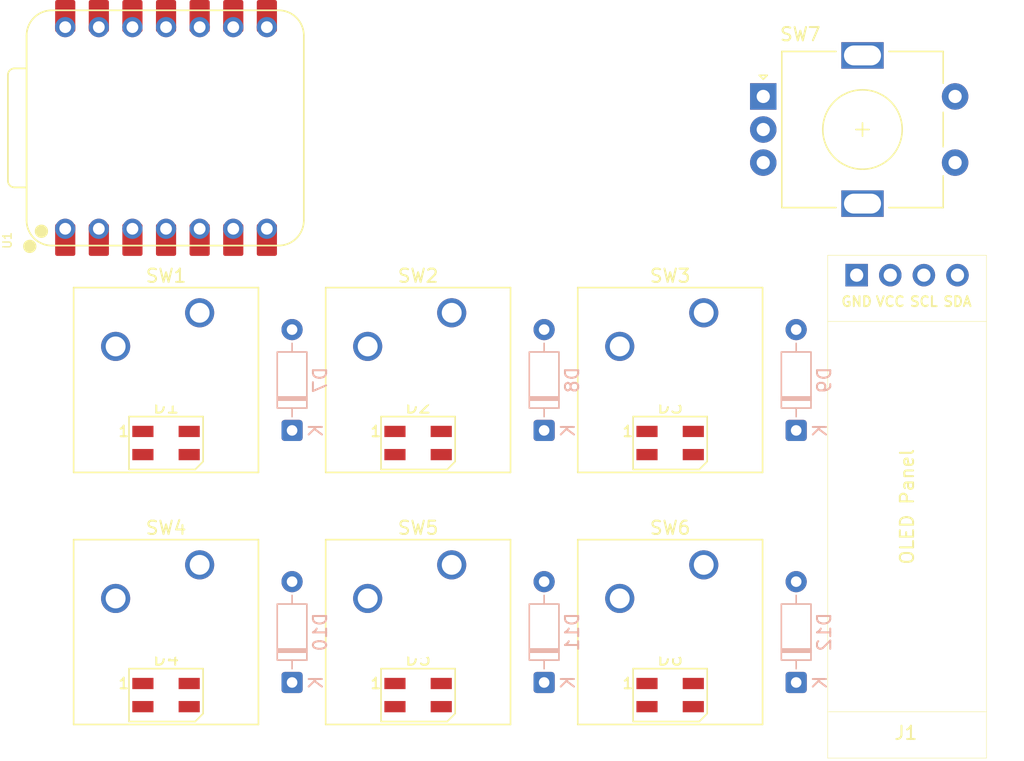
<source format=kicad_pcb>
(kicad_pcb (version 20241229) (generator "pcbnew") (generator_version "9.0")
  (layers (0 "F.Cu" signal) (2 "B.Cu" signal) (13 "F.Paste" user) (15 "B.Paste" user) (5 "F.SilkS" user "F.Silkscreen") (7 "B.SilkS" user "B.Silkscreen") (1 "F.Mask" user) (3 "B.Mask" user) (25 "Edge.Cuts" user))
  (net 0 "")
  (net 1 "Net-(D1-DOUT)")
  (net 2 "GND")
  (net 3 "+5V")
  (net 4 "Net-(D1-DIN)")
  (net 5 "Net-(D2-DOUT)")
  (net 6 "Net-(D3-DOUT)")
  (net 7 "Net-(D4-DOUT)")
  (net 8 "Net-(D5-DOUT)")
  (net 10 "Net-(D7-A)")
  (net 11 "Row  0")
  (net 12 "Net-(D8-A)")
  (net 13 "Net-(D9-A)")
  (net 14 "Row  1")
  (net 15 "Net-(D10-A)")
  (net 16 "Net-(D11-A)")
  (net 17 "Net-(D12-A)")
  (net 18 "Net-(J1-Pin_4)")
  (net 19 "Net-(J1-Pin_3)")
  (net 20 "+3V3")
  (net 21 "Col 0")
  (net 22 "Col 1")
  (net 23 "Col 2")
  (net 24 "Net-(U1-GPIO1{slash}RX)")
  (net 25 "Net-(U1-GPIO4{slash}MISO)")
  (net 26 "Net-(U1-GPIO2{slash}SCK)")
  (net 27 "Row 1")
  (net 28 "Row 0")
  (footprint "0.91 inch OLED display:SSD1306-0.91-OLED-4pin" (layer "F.Cu") (at 116.68125 78.58125 90)
    (property "Reference" "J1" (at 1.9 5.91 0) (layer "F.SilkS"))
    (property "Value" "0.91\"_OLED_Display")
    (fp_line (start 38 0) (end 0 0) (stroke (width 0.04)) (layer "F.SilkS"))
    (fp_line (start 33 0) (end 33 12) (stroke (width 0.04)) (layer "F.SilkS"))
    (fp_line (start 3.5 0) (end 3.5 12) (stroke (width 0.04)) (layer "F.SilkS"))
    (fp_line (start 0 0) (end 0 12) (stroke (width 0.04)) (layer "F.SilkS"))
    (fp_line (start 38 12) (end 38 0) (stroke (width 0.04)) (layer "F.SilkS"))
    (fp_line (start 0 12) (end 38 12) (stroke (width 0.04)) (layer "F.SilkS"))
    (fp_text user "GND" (at 34.5 2.19 0) (layer "F.SilkS") (effects (font (size 0.75 0.75))))
    (fp_text user "SCL" (at 34.5 7.27 0) (layer "F.SilkS") (effects (font (size 0.75 0.75))))
    (fp_text user "OLED Panel" (at 19 6 90) (layer "F.SilkS"))
    (fp_text user "SDA" (at 34.5 9.81 0) (layer "F.SilkS") (effects (font (size 0.75 0.75))))
    (fp_text user "VCC" (at 34.5 4.73 0) (layer "F.SilkS") (effects (font (size 0.75 0.75))))
    (pad "1" thru_hole rect (at 36.5 2.19 90) (size 1.7 1.7) (drill 1) (layers "*.Cu" "*.Mask") (net 2 "GND"))
    (pad "2" thru_hole oval (at 36.5 4.73 90) (size 1.7 1.7) (drill 1) (layers "*.Cu" "*.Mask") (net 20 "+3V3"))
    (pad "3" thru_hole oval (at 36.5 7.27 90) (size 1.7 1.7) (drill 1) (layers "*.Cu" "*.Mask") (net 19 "Net-(J1-Pin_3)"))
    (pad "4" thru_hole oval (at 36.5 9.81 90) (size 1.7 1.7) (drill 1) (layers "*.Cu" "*.Mask") (net 18 "Net-(J1-Pin_4)"))
  )
  (footprint "LED_SMD:LED_SK6812MINI_PLCC4_3.5x3.5mm_P1.75mm" (layer "F.Cu") (at 104.775 73.81875)
    (property "Reference" "D6" (at 0 -2.75 0) (layer "F.SilkS"))
    (property "Value" "SK6812MINI")
    (fp_line (start -2.8 -2) (end -2.8 2) (stroke (width 0.12)) (layer "F.SilkS"))
    (fp_line (start -2.8 -2) (end 2.8 -2) (stroke (width 0.12)) (layer "F.SilkS"))
    (fp_line (start -2.8 2) (end 2.2 2) (stroke (width 0.12)) (layer "F.SilkS"))
    (fp_line (start 2.8 1.4) (end 2.2 2) (stroke (width 0.12)) (layer "F.SilkS"))
    (fp_line (start 2.8 1.4) (end 2.8 -2) (stroke (width 0.12)) (layer "F.SilkS"))
    (fp_text user "1" (at -3.2 -0.875 0) (layer "F.SilkS") (effects (font (size 0.8 0.8))))
    (pad "1" smd rect (at -1.75 -0.875) (size 1.6 0.85) (layers "F.Cu" "F.Mask" "F.Paste"))
    (pad "2" smd rect (at -1.75 0.875) (size 1.6 0.85) (layers "F.Cu" "F.Mask" "F.Paste") (net 2 "GND"))
    (pad "3" smd rect (at 1.75 0.875) (size 1.6 0.85) (layers "F.Cu" "F.Mask" "F.Paste") (net 8 "Net-(D5-DOUT)"))
    (pad "4" smd rect (at 1.75 -0.875) (size 1.6 0.85) (layers "F.Cu" "F.Mask" "F.Paste") (net 3 "+5V"))
  )
  (footprint "Rotary_Encoder:RotaryEncoder_Alps_EC11E-Switch_Vertical_H20mm" (layer "F.Cu") (at 111.8125 28.575)
    (property "Reference" "SW7" (at 2.8 -4.7 0) (layer "F.SilkS"))
    (property "Value" "RotaryEncoder_Switch")
    (fp_line (start -0.3 -1.6) (end 0.3 -1.6) (stroke (width 0.12)) (layer "F.SilkS"))
    (fp_line (start 0 -1.3) (end -0.3 -1.6) (stroke (width 0.12)) (layer "F.SilkS"))
    (fp_line (start 0.3 -1.6) (end 0 -1.3) (stroke (width 0.12)) (layer "F.SilkS"))
    (fp_line (start 1.4 -3.4) (end 1.4 8.4) (stroke (width 0.12)) (layer "F.SilkS"))
    (fp_line (start 5.5 -3.4) (end 1.4 -3.4) (stroke (width 0.12)) (layer "F.SilkS"))
    (fp_line (start 5.5 8.4) (end 1.4 8.4) (stroke (width 0.12)) (layer "F.SilkS"))
    (fp_line (start 7 2.5) (end 8 2.5) (stroke (width 0.12)) (layer "F.SilkS"))
    (fp_line (start 7.5 2) (end 7.5 3) (stroke (width 0.12)) (layer "F.SilkS"))
    (fp_line (start 9.5 -3.4) (end 13.6 -3.4) (stroke (width 0.12)) (layer "F.SilkS"))
    (fp_line (start 13.6 -3.4) (end 13.6 -1) (stroke (width 0.12)) (layer "F.SilkS"))
    (fp_line (start 13.6 1.2) (end 13.6 3.8) (stroke (width 0.12)) (layer "F.SilkS"))
    (fp_line (start 13.6 6) (end 13.6 8.4) (stroke (width 0.12)) (layer "F.SilkS"))
    (fp_line (start 13.6 8.4) (end 9.5 8.4) (stroke (width 0.12)) (layer "F.SilkS"))
    (fp_circle (center 7.5 2.5) (end 10.5 2.5) (stroke (width 0.12)) (fill no) (layer "F.SilkS"))
    (pad "A" thru_hole rect (at 0 0) (size 2 2) (drill 1) (layers "*.Cu" "*.Mask") (net 26 "Net-(U1-GPIO2{slash}SCK)"))
    (pad "B" thru_hole circle (at 0 5) (size 2 2) (drill 1) (layers "*.Cu" "*.Mask") (net 24 "Net-(U1-GPIO1{slash}RX)"))
    (pad "C" thru_hole circle (at 0 2.5) (size 2 2) (drill 1) (layers "*.Cu" "*.Mask") (net 2 "GND"))
    (pad "MP" thru_hole rect (at 7.5 -3.1) (size 3.2 2) (drill oval 2.8 1.5) (layers "*.Cu" "*.Mask"))
    (pad "MP" thru_hole rect (at 7.5 8.1) (size 3.2 2) (drill oval 2.8 1.5) (layers "*.Cu" "*.Mask"))
    (pad "S1" thru_hole circle (at 14.5 5) (size 2 2) (drill 1) (layers "*.Cu" "*.Mask") (net 25 "Net-(U1-GPIO4{slash}MISO)"))
    (pad "S2" thru_hole circle (at 14.5 0) (size 2 2) (drill 1) (layers "*.Cu" "*.Mask") (net 2 "GND"))
  )
  (footprint "Button_Switch_Keyboard:SW_Cherry_MX_1.00u_PCB" (layer "F.Cu") (at 88.265 44.92625)
    (property "Reference" "SW2" (at -2.54 -2.794 0) (layer "F.SilkS"))
    (property "Value" "SW_Push")
    (fp_line (start -9.525 -1.905) (end 4.445 -1.905) (stroke (width 0.12)) (layer "F.SilkS"))
    (fp_line (start -9.525 12.065) (end -9.525 -1.905) (stroke (width 0.12)) (layer "F.SilkS"))
    (fp_line (start 4.445 -1.905) (end 4.445 12.065) (stroke (width 0.12)) (layer "F.SilkS"))
    (fp_line (start 4.445 12.065) (end -9.525 12.065) (stroke (width 0.12)) (layer "F.SilkS"))
    (pad "" np_thru_hole circle (at -7.62 5.08) (size 1.7 1.7) (drill 1.7) (layers "*.Cu" "*.Mask"))
    (pad "" np_thru_hole circle (at -2.54 5.08) (size 4 4) (drill 4) (layers "*.Cu" "*.Mask"))
    (pad "" np_thru_hole circle (at 2.54 5.08) (size 1.7 1.7) (drill 1.7) (layers "*.Cu" "*.Mask"))
    (pad "1" thru_hole circle (at 0 0) (size 2.2 2.2) (drill 1.5) (layers "*.Cu" "*.Mask") (net 22 "Col 1"))
    (pad "2" thru_hole circle (at -6.35 2.54) (size 2.2 2.2) (drill 1.5) (layers "*.Cu" "*.Mask") (net 12 "Net-(D8-A)"))
  )
  (footprint "LED_SMD:LED_SK6812MINI_PLCC4_3.5x3.5mm_P1.75mm" (layer "F.Cu") (at 85.725 54.76875)
    (property "Reference" "D2" (at 0 -2.75 0) (layer "F.SilkS"))
    (property "Value" "SK6812MINI")
    (fp_line (start -2.8 -2) (end -2.8 2) (stroke (width 0.12)) (layer "F.SilkS"))
    (fp_line (start -2.8 -2) (end 2.8 -2) (stroke (width 0.12)) (layer "F.SilkS"))
    (fp_line (start -2.8 2) (end 2.2 2) (stroke (width 0.12)) (layer "F.SilkS"))
    (fp_line (start 2.8 1.4) (end 2.2 2) (stroke (width 0.12)) (layer "F.SilkS"))
    (fp_line (start 2.8 1.4) (end 2.8 -2) (stroke (width 0.12)) (layer "F.SilkS"))
    (fp_text user "1" (at -3.2 -0.875 0) (layer "F.SilkS") (effects (font (size 0.8 0.8))))
    (pad "1" smd rect (at -1.75 -0.875) (size 1.6 0.85) (layers "F.Cu" "F.Mask" "F.Paste") (net 5 "Net-(D2-DOUT)"))
    (pad "2" smd rect (at -1.75 0.875) (size 1.6 0.85) (layers "F.Cu" "F.Mask" "F.Paste") (net 2 "GND"))
    (pad "3" smd rect (at 1.75 0.875) (size 1.6 0.85) (layers "F.Cu" "F.Mask" "F.Paste") (net 1 "Net-(D1-DOUT)"))
    (pad "4" smd rect (at 1.75 -0.875) (size 1.6 0.85) (layers "F.Cu" "F.Mask" "F.Paste") (net 3 "+5V"))
  )
  (footprint "LED_SMD:LED_SK6812MINI_PLCC4_3.5x3.5mm_P1.75mm" (layer "F.Cu") (at 66.675 54.76875)
    (property "Reference" "D1" (at 0 -2.75 0) (layer "F.SilkS"))
    (property "Value" "SK6812MINI")
    (fp_line (start -2.8 -2) (end -2.8 2) (stroke (width 0.12)) (layer "F.SilkS"))
    (fp_line (start -2.8 -2) (end 2.8 -2) (stroke (width 0.12)) (layer "F.SilkS"))
    (fp_line (start -2.8 2) (end 2.2 2) (stroke (width 0.12)) (layer "F.SilkS"))
    (fp_line (start 2.8 1.4) (end 2.2 2) (stroke (width 0.12)) (layer "F.SilkS"))
    (fp_line (start 2.8 1.4) (end 2.8 -2) (stroke (width 0.12)) (layer "F.SilkS"))
    (fp_text user "1" (at -3.2 -0.875 0) (layer "F.SilkS") (effects (font (size 0.8 0.8))))
    (pad "1" smd rect (at -1.75 -0.875) (size 1.6 0.85) (layers "F.Cu" "F.Mask" "F.Paste") (net 1 "Net-(D1-DOUT)"))
    (pad "2" smd rect (at -1.75 0.875) (size 1.6 0.85) (layers "F.Cu" "F.Mask" "F.Paste") (net 2 "GND"))
    (pad "3" smd rect (at 1.75 0.875) (size 1.6 0.85) (layers "F.Cu" "F.Mask" "F.Paste") (net 4 "Net-(D1-DIN)"))
    (pad "4" smd rect (at 1.75 -0.875) (size 1.6 0.85) (layers "F.Cu" "F.Mask" "F.Paste") (net 3 "+5V"))
  )
  (footprint "Button_Switch_Keyboard:SW_Cherry_MX_1.00u_PCB" (layer "F.Cu") (at 69.215 44.92625)
    (property "Reference" "SW1" (at -2.54 -2.794 0) (layer "F.SilkS"))
    (property "Value" "SW_Push")
    (fp_line (start -9.525 -1.905) (end 4.445 -1.905) (stroke (width 0.12)) (layer "F.SilkS"))
    (fp_line (start -9.525 12.065) (end -9.525 -1.905) (stroke (width 0.12)) (layer "F.SilkS"))
    (fp_line (start 4.445 -1.905) (end 4.445 12.065) (stroke (width 0.12)) (layer "F.SilkS"))
    (fp_line (start 4.445 12.065) (end -9.525 12.065) (stroke (width 0.12)) (layer "F.SilkS"))
    (pad "" np_thru_hole circle (at -7.62 5.08) (size 1.7 1.7) (drill 1.7) (layers "*.Cu" "*.Mask"))
    (pad "" np_thru_hole circle (at -2.54 5.08) (size 4 4) (drill 4) (layers "*.Cu" "*.Mask"))
    (pad "" np_thru_hole circle (at 2.54 5.08) (size 1.7 1.7) (drill 1.7) (layers "*.Cu" "*.Mask"))
    (pad "1" thru_hole circle (at 0 0) (size 2.2 2.2) (drill 1.5) (layers "*.Cu" "*.Mask") (net 21 "Col 0"))
    (pad "2" thru_hole circle (at -6.35 2.54) (size 2.2 2.2) (drill 1.5) (layers "*.Cu" "*.Mask") (net 10 "Net-(D7-A)"))
  )
  (footprint "Button_Switch_Keyboard:SW_Cherry_MX_1.00u_PCB" (layer "F.Cu") (at 107.315 63.97625)
    (property "Reference" "SW6" (at -2.54 -2.794 0) (layer "F.SilkS"))
    (property "Value" "SW_Push")
    (fp_line (start -9.525 -1.905) (end 4.445 -1.905) (stroke (width 0.12)) (layer "F.SilkS"))
    (fp_line (start -9.525 12.065) (end -9.525 -1.905) (stroke (width 0.12)) (layer "F.SilkS"))
    (fp_line (start 4.445 -1.905) (end 4.445 12.065) (stroke (width 0.12)) (layer "F.SilkS"))
    (fp_line (start 4.445 12.065) (end -9.525 12.065) (stroke (width 0.12)) (layer "F.SilkS"))
    (pad "" np_thru_hole circle (at -7.62 5.08) (size 1.7 1.7) (drill 1.7) (layers "*.Cu" "*.Mask"))
    (pad "" np_thru_hole circle (at -2.54 5.08) (size 4 4) (drill 4) (layers "*.Cu" "*.Mask"))
    (pad "" np_thru_hole circle (at 2.54 5.08) (size 1.7 1.7) (drill 1.7) (layers "*.Cu" "*.Mask"))
    (pad "1" thru_hole circle (at 0 0) (size 2.2 2.2) (drill 1.5) (layers "*.Cu" "*.Mask") (net 23 "Col 2"))
    (pad "2" thru_hole circle (at -6.35 2.54) (size 2.2 2.2) (drill 1.5) (layers "*.Cu" "*.Mask") (net 17 "Net-(D12-A)"))
  )
  (footprint "Button_Switch_Keyboard:SW_Cherry_MX_1.00u_PCB" (layer "F.Cu") (at 107.315 44.92625)
    (property "Reference" "SW3" (at -2.54 -2.794 0) (layer "F.SilkS"))
    (property "Value" "SW_Push")
    (fp_line (start -9.525 -1.905) (end 4.445 -1.905) (stroke (width 0.12)) (layer "F.SilkS"))
    (fp_line (start -9.525 12.065) (end -9.525 -1.905) (stroke (width 0.12)) (layer "F.SilkS"))
    (fp_line (start 4.445 -1.905) (end 4.445 12.065) (stroke (width 0.12)) (layer "F.SilkS"))
    (fp_line (start 4.445 12.065) (end -9.525 12.065) (stroke (width 0.12)) (layer "F.SilkS"))
    (pad "" np_thru_hole circle (at -7.62 5.08) (size 1.7 1.7) (drill 1.7) (layers "*.Cu" "*.Mask"))
    (pad "" np_thru_hole circle (at -2.54 5.08) (size 4 4) (drill 4) (layers "*.Cu" "*.Mask"))
    (pad "" np_thru_hole circle (at 2.54 5.08) (size 1.7 1.7) (drill 1.7) (layers "*.Cu" "*.Mask"))
    (pad "1" thru_hole circle (at 0 0) (size 2.2 2.2) (drill 1.5) (layers "*.Cu" "*.Mask") (net 23 "Col 2"))
    (pad "2" thru_hole circle (at -6.35 2.54) (size 2.2 2.2) (drill 1.5) (layers "*.Cu" "*.Mask") (net 13 "Net-(D9-A)"))
  )
  (footprint "LED_SMD:LED_SK6812MINI_PLCC4_3.5x3.5mm_P1.75mm" (layer "F.Cu") (at 85.725 73.81875)
    (property "Reference" "D5" (at 0 -2.75 0) (layer "F.SilkS"))
    (property "Value" "SK6812MINI")
    (fp_line (start -2.8 -2) (end -2.8 2) (stroke (width 0.12)) (layer "F.SilkS"))
    (fp_line (start -2.8 -2) (end 2.8 -2) (stroke (width 0.12)) (layer "F.SilkS"))
    (fp_line (start -2.8 2) (end 2.2 2) (stroke (width 0.12)) (layer "F.SilkS"))
    (fp_line (start 2.8 1.4) (end 2.2 2) (stroke (width 0.12)) (layer "F.SilkS"))
    (fp_line (start 2.8 1.4) (end 2.8 -2) (stroke (width 0.12)) (layer "F.SilkS"))
    (fp_text user "1" (at -3.2 -0.875 0) (layer "F.SilkS") (effects (font (size 0.8 0.8))))
    (pad "1" smd rect (at -1.75 -0.875) (size 1.6 0.85) (layers "F.Cu" "F.Mask" "F.Paste") (net 8 "Net-(D5-DOUT)"))
    (pad "2" smd rect (at -1.75 0.875) (size 1.6 0.85) (layers "F.Cu" "F.Mask" "F.Paste") (net 2 "GND"))
    (pad "3" smd rect (at 1.75 0.875) (size 1.6 0.85) (layers "F.Cu" "F.Mask" "F.Paste") (net 7 "Net-(D4-DOUT)"))
    (pad "4" smd rect (at 1.75 -0.875) (size 1.6 0.85) (layers "F.Cu" "F.Mask" "F.Paste") (net 3 "+5V"))
  )
  (footprint "Button_Switch_Keyboard:SW_Cherry_MX_1.00u_PCB" (layer "F.Cu") (at 69.215 63.97625)
    (property "Reference" "SW4" (at -2.54 -2.794 0) (layer "F.SilkS"))
    (property "Value" "SW_Push")
    (fp_line (start -9.525 -1.905) (end 4.445 -1.905) (stroke (width 0.12)) (layer "F.SilkS"))
    (fp_line (start -9.525 12.065) (end -9.525 -1.905) (stroke (width 0.12)) (layer "F.SilkS"))
    (fp_line (start 4.445 -1.905) (end 4.445 12.065) (stroke (width 0.12)) (layer "F.SilkS"))
    (fp_line (start 4.445 12.065) (end -9.525 12.065) (stroke (width 0.12)) (layer "F.SilkS"))
    (pad "" np_thru_hole circle (at -7.62 5.08) (size 1.7 1.7) (drill 1.7) (layers "*.Cu" "*.Mask"))
    (pad "" np_thru_hole circle (at -2.54 5.08) (size 4 4) (drill 4) (layers "*.Cu" "*.Mask"))
    (pad "" np_thru_hole circle (at 2.54 5.08) (size 1.7 1.7) (drill 1.7) (layers "*.Cu" "*.Mask"))
    (pad "1" thru_hole circle (at 0 0) (size 2.2 2.2) (drill 1.5) (layers "*.Cu" "*.Mask") (net 21 "Col 0"))
    (pad "2" thru_hole circle (at -6.35 2.54) (size 2.2 2.2) (drill 1.5) (layers "*.Cu" "*.Mask") (net 15 "Net-(D10-A)"))
  )
  (footprint "LED_SMD:LED_SK6812MINI_PLCC4_3.5x3.5mm_P1.75mm" (layer "F.Cu") (at 66.675 73.81875)
    (property "Reference" "D4" (at 0 -2.75 0) (layer "F.SilkS"))
    (property "Value" "SK6812MINI")
    (fp_line (start -2.8 -2) (end -2.8 2) (stroke (width 0.12)) (layer "F.SilkS"))
    (fp_line (start -2.8 -2) (end 2.8 -2) (stroke (width 0.12)) (layer "F.SilkS"))
    (fp_line (start -2.8 2) (end 2.2 2) (stroke (width 0.12)) (layer "F.SilkS"))
    (fp_line (start 2.8 1.4) (end 2.2 2) (stroke (width 0.12)) (layer "F.SilkS"))
    (fp_line (start 2.8 1.4) (end 2.8 -2) (stroke (width 0.12)) (layer "F.SilkS"))
    (fp_text user "1" (at -3.2 -0.875 0) (layer "F.SilkS") (effects (font (size 0.8 0.8))))
    (pad "1" smd rect (at -1.75 -0.875) (size 1.6 0.85) (layers "F.Cu" "F.Mask" "F.Paste") (net 7 "Net-(D4-DOUT)"))
    (pad "2" smd rect (at -1.75 0.875) (size 1.6 0.85) (layers "F.Cu" "F.Mask" "F.Paste") (net 2 "GND"))
    (pad "3" smd rect (at 1.75 0.875) (size 1.6 0.85) (layers "F.Cu" "F.Mask" "F.Paste") (net 6 "Net-(D3-DOUT)"))
    (pad "4" smd rect (at 1.75 -0.875) (size 1.6 0.85) (layers "F.Cu" "F.Mask" "F.Paste") (net 3 "+5V"))
  )
  (footprint "Button_Switch_Keyboard:SW_Cherry_MX_1.00u_PCB" (layer "F.Cu") (at 88.265 63.97625)
    (property "Reference" "SW5" (at -2.54 -2.794 0) (layer "F.SilkS"))
    (property "Value" "SW_Push")
    (fp_line (start -9.525 -1.905) (end 4.445 -1.905) (stroke (width 0.12)) (layer "F.SilkS"))
    (fp_line (start -9.525 12.065) (end -9.525 -1.905) (stroke (width 0.12)) (layer "F.SilkS"))
    (fp_line (start 4.445 -1.905) (end 4.445 12.065) (stroke (width 0.12)) (layer "F.SilkS"))
    (fp_line (start 4.445 12.065) (end -9.525 12.065) (stroke (width 0.12)) (layer "F.SilkS"))
    (pad "" np_thru_hole circle (at -7.62 5.08) (size 1.7 1.7) (drill 1.7) (layers "*.Cu" "*.Mask"))
    (pad "" np_thru_hole circle (at -2.54 5.08) (size 4 4) (drill 4) (layers "*.Cu" "*.Mask"))
    (pad "" np_thru_hole circle (at 2.54 5.08) (size 1.7 1.7) (drill 1.7) (layers "*.Cu" "*.Mask"))
    (pad "1" thru_hole circle (at 0 0) (size 2.2 2.2) (drill 1.5) (layers "*.Cu" "*.Mask") (net 22 "Col 1"))
    (pad "2" thru_hole circle (at -6.35 2.54) (size 2.2 2.2) (drill 1.5) (layers "*.Cu" "*.Mask") (net 16 "Net-(D11-A)"))
  )
  (footprint "LED_SMD:LED_SK6812MINI_PLCC4_3.5x3.5mm_P1.75mm" (layer "F.Cu") (at 104.775 54.76875)
    (property "Reference" "D3" (at 0 -2.75 0) (layer "F.SilkS"))
    (property "Value" "SK6812MINI")
    (fp_line (start -2.8 -2) (end -2.8 2) (stroke (width 0.12)) (layer "F.SilkS"))
    (fp_line (start -2.8 -2) (end 2.8 -2) (stroke (width 0.12)) (layer "F.SilkS"))
    (fp_line (start -2.8 2) (end 2.2 2) (stroke (width 0.12)) (layer "F.SilkS"))
    (fp_line (start 2.8 1.4) (end 2.2 2) (stroke (width 0.12)) (layer "F.SilkS"))
    (fp_line (start 2.8 1.4) (end 2.8 -2) (stroke (width 0.12)) (layer "F.SilkS"))
    (fp_text user "1" (at -3.2 -0.875 0) (layer "F.SilkS") (effects (font (size 0.8 0.8))))
    (pad "1" smd rect (at -1.75 -0.875) (size 1.6 0.85) (layers "F.Cu" "F.Mask" "F.Paste") (net 6 "Net-(D3-DOUT)"))
    (pad "2" smd rect (at -1.75 0.875) (size 1.6 0.85) (layers "F.Cu" "F.Mask" "F.Paste") (net 2 "GND"))
    (pad "3" smd rect (at 1.75 0.875) (size 1.6 0.85) (layers "F.Cu" "F.Mask" "F.Paste") (net 5 "Net-(D2-DOUT)"))
    (pad "4" smd rect (at 1.75 -0.875) (size 1.6 0.85) (layers "F.Cu" "F.Mask" "F.Paste") (net 3 "+5V"))
  )
  (footprint "OPL XIAO Series:XIAO-RP2040-DIP" (layer "F.Cu") (at 66.675 30.95625 90)
    (property "Reference" "U1" (at -8.5 -12 90) (layer "F.SilkS") (effects (font (size 0.635 0.635) (thickness 0.1016))))
    (property "Value" "XIAO-RP2040-DIP")
    (fp_line (start -3.991272 -11.951) (end 4.004 -11.951) (stroke (width 0.127)) (layer "F.SilkS"))
    (fp_line (start 4.504 -11.451) (end 4.504 -10.541) (stroke (width 0.127)) (layer "F.SilkS"))
    (fp_line (start 6.985 -10.541) (end -6.985 -10.541) (stroke (width 0.1)) (layer "F.SilkS"))
    (fp_line (start 6.985 -10.541) (end -6.985 -10.541) (stroke (width 0.127)) (layer "F.SilkS"))
    (fp_line (start -4.495 -10.541) (end -4.491272 -11.451272) (stroke (width 0.127)) (layer "F.SilkS"))
    (fp_line (start 8.89 8.509) (end 8.89 -8.636) (stroke (width 0.127)) (layer "F.SilkS"))
    (fp_line (start -8.89 8.509) (end -8.89 -8.636) (stroke (width 0.127)) (layer "F.SilkS"))
    (fp_line (start -6.985 10.414) (end 6.985 10.414) (stroke (width 0.127)) (layer "F.SilkS"))
    (fp_arc (start 4.004 -11.951) (mid 4.357553 -11.804553) (end 4.504 -11.451) (stroke (width 0.127)) (layer "F.SilkS"))
    (fp_arc (start -4.491272 -11.451272) (mid -4.344728 -11.80464) (end -3.991272 -11.951) (stroke (width 0.127)) (layer "F.SilkS"))
    (fp_arc (start 6.985 -10.541) (mid 8.332038 -9.983038) (end 8.89 -8.636) (stroke (width 0.127)) (layer "F.SilkS"))
    (fp_arc (start -8.89 -8.636) (mid -8.332038 -9.983038) (end -6.985 -10.541) (stroke (width 0.127)) (layer "F.SilkS"))
    (fp_arc (start 8.89 8.509) (mid 8.332038 9.856038) (end 6.985 10.414) (stroke (width 0.127)) (layer "F.SilkS"))
    (fp_arc (start -6.985 10.414) (mid -8.332038 9.856038) (end -8.89 8.509) (stroke (width 0.127)) (layer "F.SilkS"))
    (fp_circle (center -8.95 -10.3) (end -8.95 -10.554) (stroke (width 0.5)) (fill yes) (layer "F.SilkS"))
    (fp_circle (center -7.807 -9.42) (end -7.807 -9.674) (stroke (width 0.5)) (fill yes) (layer "F.SilkS"))
    (pad "1" smd roundrect (at -8.455 -7.62 270) (size 2.432 1.524) (layers "F.Cu" "F.Mask") (roundrect_rratio 0.1) (net 21 "Col 0"))
    (pad "1" thru_hole circle (at -7.62 -7.62 270) (size 1.524 1.524) (drill 0.889) (layers "*.Cu" "*.Mask") (net 21 "Col 0"))
    (pad "2" smd roundrect (at -8.455 -5.08 270) (size 2.432 1.524) (layers "F.Cu" "F.Mask") (roundrect_rratio 0.1) (net 22 "Col 1"))
    (pad "2" thru_hole circle (at -7.62 -5.08 270) (size 1.524 1.524) (drill 0.889) (layers "*.Cu" "*.Mask") (net 22 "Col 1"))
    (pad "3" smd roundrect (at -8.455 -2.54 270) (size 2.432 1.524) (layers "F.Cu" "F.Mask") (roundrect_rratio 0.1) (net 23 "Col 2"))
    (pad "3" thru_hole circle (at -7.62 -2.54 270) (size 1.524 1.524) (drill 0.889) (layers "*.Cu" "*.Mask") (net 23 "Col 2"))
    (pad "4" smd roundrect (at -8.455 0 270) (size 2.432 1.524) (layers "F.Cu" "F.Mask") (roundrect_rratio 0.1) (net 28 "Row 0"))
    (pad "4" thru_hole circle (at -7.62 0 270) (size 1.524 1.524) (drill 0.889) (layers "*.Cu" "*.Mask") (net 28 "Row 0"))
    (pad "5" smd roundrect (at -8.455 2.54 270) (size 2.432 1.524) (layers "F.Cu" "F.Mask") (roundrect_rratio 0.1) (net 18 "Net-(J1-Pin_4)"))
    (pad "5" thru_hole circle (at -7.62 2.54 270) (size 1.524 1.524) (drill 0.889) (layers "*.Cu" "*.Mask") (net 18 "Net-(J1-Pin_4)"))
    (pad "6" smd roundrect (at -8.455 5.08 270) (size 2.432 1.524) (layers "F.Cu" "F.Mask") (roundrect_rratio 0.1) (net 19 "Net-(J1-Pin_3)"))
    (pad "6" thru_hole circle (at -7.62 5.08 270) (size 1.524 1.524) (drill 0.889) (layers "*.Cu" "*.Mask") (net 19 "Net-(J1-Pin_3)"))
    (pad "7" smd roundrect (at -8.455 7.62 270) (size 2.432 1.524) (layers "F.Cu" "F.Mask") (roundrect_rratio 0.1) (net 27 "Row 1"))
    (pad "7" thru_hole circle (at -7.62 7.62 270) (size 1.524 1.524) (drill 0.889) (layers "*.Cu" "*.Mask") (net 27 "Row 1"))
    (pad "8" thru_hole circle (at 7.62 7.62 90) (size 1.524 1.524) (drill 0.889) (layers "*.Cu" "*.Mask") (net 24 "Net-(U1-GPIO1{slash}RX)"))
    (pad "8" smd roundrect (at 8.455 7.62 90) (size 2.432 1.524) (layers "F.Cu" "F.Mask") (roundrect_rratio 0.1) (net 24 "Net-(U1-GPIO1{slash}RX)"))
    (pad "9" thru_hole circle (at 7.62 5.08 90) (size 1.524 1.524) (drill 0.889) (layers "*.Cu" "*.Mask") (net 26 "Net-(U1-GPIO2{slash}SCK)"))
    (pad "9" smd roundrect (at 8.455 5.08 90) (size 2.432 1.524) (layers "F.Cu" "F.Mask") (roundrect_rratio 0.1) (net 26 "Net-(U1-GPIO2{slash}SCK)"))
    (pad "10" thru_hole circle (at 7.62 2.54 90) (size 1.524 1.524) (drill 0.889) (layers "*.Cu" "*.Mask") (net 25 "Net-(U1-GPIO4{slash}MISO)"))
    (pad "10" smd roundrect (at 8.455 2.54 90) (size 2.432 1.524) (layers "F.Cu" "F.Mask") (roundrect_rratio 0.1) (net 25 "Net-(U1-GPIO4{slash}MISO)"))
    (pad "11" thru_hole circle (at 7.62 0 90) (size 1.524 1.524) (drill 0.889) (layers "*.Cu" "*.Mask") (net 4 "Net-(D1-DIN)"))
    (pad "11" smd roundrect (at 8.455 0 90) (size 2.432 1.524) (layers "F.Cu" "F.Mask") (roundrect_rratio 0.1) (net 4 "Net-(D1-DIN)"))
    (pad "12" thru_hole circle (at 7.62 -2.54 90) (size 1.524 1.524) (drill 0.889) (layers "*.Cu" "*.Mask") (net 20 "+3V3"))
    (pad "12" smd roundrect (at 8.455 -2.54 90) (size 2.432 1.524) (layers "F.Cu" "F.Mask") (roundrect_rratio 0.1) (net 20 "+3V3"))
    (pad "13" thru_hole circle (at 7.62 -5.08 90) (size 1.524 1.524) (drill 0.889) (layers "*.Cu" "*.Mask") (net 2 "GND"))
    (pad "13" smd roundrect (at 8.455 -5.08 90) (size 2.432 1.524) (layers "F.Cu" "F.Mask") (roundrect_rratio 0.1) (net 2 "GND"))
    (pad "14" thru_hole circle (at 7.62 -7.62 90) (size 1.524 1.524) (drill 0.889) (layers "*.Cu" "*.Mask") (net 3 "+5V"))
    (pad "14" smd roundrect (at 8.455 -7.62 90) (size 2.432 1.524) (layers "F.Cu" "F.Mask") (roundrect_rratio 0.1) (net 3 "+5V"))
  )
  (footprint "Diode_THT:D_DO-35_SOD27_P7.62mm_Horizontal" (layer "B.Cu") (at 95.25 72.86625 90)
    (property "Reference" "D11" (at 3.81 2.12 90) (layer "B.SilkS") (effects (justify mirror)))
    (property "Value" "1N4148")
    (fp_line (start 6.58 0) (end 5.93 0) (stroke (width 0.12)) (layer "B.SilkS"))
    (fp_line (start 1.04 0) (end 1.69 0) (stroke (width 0.12)) (layer "B.SilkS"))
    (fp_line (start 2.53 1.12) (end 2.53 -1.12) (stroke (width 0.12)) (layer "B.SilkS"))
    (fp_line (start 2.41 1.12) (end 2.41 -1.12) (stroke (width 0.12)) (layer "B.SilkS"))
    (fp_line (start 2.29 1.12) (end 2.29 -1.12) (stroke (width 0.12)) (layer "B.SilkS"))
    (fp_rect (start 1.69 1.12) (end 5.93 -1.12) (stroke (width 0.12)) (fill no) (layer "B.SilkS"))
    (fp_text user "K" (at 0 1.8 90) (layer "B.SilkS") (effects (justify mirror)))
    (pad "1" thru_hole roundrect (at 0 0 90) (size 1.6 1.6) (drill 0.8) (layers "*.Cu" "*.Mask") (roundrect_rratio 0.15625) (net 14 "Row  1"))
    (pad "2" thru_hole circle (at 7.62 0 90) (size 1.6 1.6) (drill 0.8) (layers "*.Cu" "*.Mask") (net 16 "Net-(D11-A)"))
  )
  (footprint "Diode_THT:D_DO-35_SOD27_P7.62mm_Horizontal" (layer "B.Cu") (at 95.25 53.81625 90)
    (property "Reference" "D8" (at 3.81 2.12 90) (layer "B.SilkS") (effects (justify mirror)))
    (property "Value" "1N4148")
    (fp_line (start 6.58 0) (end 5.93 0) (stroke (width 0.12)) (layer "B.SilkS"))
    (fp_line (start 1.04 0) (end 1.69 0) (stroke (width 0.12)) (layer "B.SilkS"))
    (fp_line (start 2.53 1.12) (end 2.53 -1.12) (stroke (width 0.12)) (layer "B.SilkS"))
    (fp_line (start 2.41 1.12) (end 2.41 -1.12) (stroke (width 0.12)) (layer "B.SilkS"))
    (fp_line (start 2.29 1.12) (end 2.29 -1.12) (stroke (width 0.12)) (layer "B.SilkS"))
    (fp_rect (start 1.69 1.12) (end 5.93 -1.12) (stroke (width 0.12)) (fill no) (layer "B.SilkS"))
    (fp_text user "K" (at 0 1.8 90) (layer "B.SilkS") (effects (justify mirror)))
    (pad "1" thru_hole roundrect (at 0 0 90) (size 1.6 1.6) (drill 0.8) (layers "*.Cu" "*.Mask") (roundrect_rratio 0.15625) (net 11 "Row  0"))
    (pad "2" thru_hole circle (at 7.62 0 90) (size 1.6 1.6) (drill 0.8) (layers "*.Cu" "*.Mask") (net 12 "Net-(D8-A)"))
  )
  (footprint "Diode_THT:D_DO-35_SOD27_P7.62mm_Horizontal" (layer "B.Cu") (at 114.3 72.86625 90)
    (property "Reference" "D12" (at 3.81 2.12 90) (layer "B.SilkS") (effects (justify mirror)))
    (property "Value" "1N4148")
    (fp_line (start 6.58 0) (end 5.93 0) (stroke (width 0.12)) (layer "B.SilkS"))
    (fp_line (start 1.04 0) (end 1.69 0) (stroke (width 0.12)) (layer "B.SilkS"))
    (fp_line (start 2.53 1.12) (end 2.53 -1.12) (stroke (width 0.12)) (layer "B.SilkS"))
    (fp_line (start 2.41 1.12) (end 2.41 -1.12) (stroke (width 0.12)) (layer "B.SilkS"))
    (fp_line (start 2.29 1.12) (end 2.29 -1.12) (stroke (width 0.12)) (layer "B.SilkS"))
    (fp_rect (start 1.69 1.12) (end 5.93 -1.12) (stroke (width 0.12)) (fill no) (layer "B.SilkS"))
    (fp_text user "K" (at 0 1.8 90) (layer "B.SilkS") (effects (justify mirror)))
    (pad "1" thru_hole roundrect (at 0 0 90) (size 1.6 1.6) (drill 0.8) (layers "*.Cu" "*.Mask") (roundrect_rratio 0.15625) (net 14 "Row  1"))
    (pad "2" thru_hole circle (at 7.62 0 90) (size 1.6 1.6) (drill 0.8) (layers "*.Cu" "*.Mask") (net 17 "Net-(D12-A)"))
  )
  (footprint "Diode_THT:D_DO-35_SOD27_P7.62mm_Horizontal" (layer "B.Cu") (at 76.2 72.86625 90)
    (property "Reference" "D10" (at 3.81 2.12 90) (layer "B.SilkS") (effects (justify mirror)))
    (property "Value" "1N4148")
    (fp_line (start 6.58 0) (end 5.93 0) (stroke (width 0.12)) (layer "B.SilkS"))
    (fp_line (start 1.04 0) (end 1.69 0) (stroke (width 0.12)) (layer "B.SilkS"))
    (fp_line (start 2.53 1.12) (end 2.53 -1.12) (stroke (width 0.12)) (layer "B.SilkS"))
    (fp_line (start 2.41 1.12) (end 2.41 -1.12) (stroke (width 0.12)) (layer "B.SilkS"))
    (fp_line (start 2.29 1.12) (end 2.29 -1.12) (stroke (width 0.12)) (layer "B.SilkS"))
    (fp_rect (start 1.69 1.12) (end 5.93 -1.12) (stroke (width 0.12)) (fill no) (layer "B.SilkS"))
    (fp_text user "K" (at 0 1.8 90) (layer "B.SilkS") (effects (justify mirror)))
    (pad "1" thru_hole roundrect (at 0 0 90) (size 1.6 1.6) (drill 0.8) (layers "*.Cu" "*.Mask") (roundrect_rratio 0.15625) (net 14 "Row  1"))
    (pad "2" thru_hole circle (at 7.62 0 90) (size 1.6 1.6) (drill 0.8) (layers "*.Cu" "*.Mask") (net 15 "Net-(D10-A)"))
  )
  (footprint "Diode_THT:D_DO-35_SOD27_P7.62mm_Horizontal" (layer "B.Cu") (at 114.3 53.81625 90)
    (property "Reference" "D9" (at 3.81 2.12 90) (layer "B.SilkS") (effects (justify mirror)))
    (property "Value" "1N4148")
    (fp_line (start 6.58 0) (end 5.93 0) (stroke (width 0.12)) (layer "B.SilkS"))
    (fp_line (start 1.04 0) (end 1.69 0) (stroke (width 0.12)) (layer "B.SilkS"))
    (fp_line (start 2.53 1.12) (end 2.53 -1.12) (stroke (width 0.12)) (layer "B.SilkS"))
    (fp_line (start 2.41 1.12) (end 2.41 -1.12) (stroke (width 0.12)) (layer "B.SilkS"))
    (fp_line (start 2.29 1.12) (end 2.29 -1.12) (stroke (width 0.12)) (layer "B.SilkS"))
    (fp_rect (start 1.69 1.12) (end 5.93 -1.12) (stroke (width 0.12)) (fill no) (layer "B.SilkS"))
    (fp_text user "K" (at 0 1.8 90) (layer "B.SilkS") (effects (justify mirror)))
    (pad "1" thru_hole roundrect (at 0 0 90) (size 1.6 1.6) (drill 0.8) (layers "*.Cu" "*.Mask") (roundrect_rratio 0.15625) (net 11 "Row  0"))
    (pad "2" thru_hole circle (at 7.62 0 90) (size 1.6 1.6) (drill 0.8) (layers "*.Cu" "*.Mask") (net 13 "Net-(D9-A)"))
  )
  (footprint "Diode_THT:D_DO-35_SOD27_P7.62mm_Horizontal" (layer "B.Cu") (at 76.2 53.81625 90)
    (property "Reference" "D7" (at 3.81 2.12 90) (layer "B.SilkS") (effects (justify mirror)))
    (property "Value" "1N4148")
    (fp_line (start 6.58 0) (end 5.93 0) (stroke (width 0.12)) (layer "B.SilkS"))
    (fp_line (start 1.04 0) (end 1.69 0) (stroke (width 0.12)) (layer "B.SilkS"))
    (fp_line (start 2.53 1.12) (end 2.53 -1.12) (stroke (width 0.12)) (layer "B.SilkS"))
    (fp_line (start 2.41 1.12) (end 2.41 -1.12) (stroke (width 0.12)) (layer "B.SilkS"))
    (fp_line (start 2.29 1.12) (end 2.29 -1.12) (stroke (width 0.12)) (layer "B.SilkS"))
    (fp_rect (start 1.69 1.12) (end 5.93 -1.12) (stroke (width 0.12)) (fill no) (layer "B.SilkS"))
    (fp_text user "K" (at 0 1.8 90) (layer "B.SilkS") (effects (justify mirror)))
    (pad "1" thru_hole roundrect (at 0 0 90) (size 1.6 1.6) (drill 0.8) (layers "*.Cu" "*.Mask") (roundrect_rratio 0.15625) (net 11 "Row  0"))
    (pad "2" thru_hole circle (at 7.62 0 90) (size 1.6 1.6) (drill 0.8) (layers "*.Cu" "*.Mask") (net 10 "Net-(D7-A)"))
  )
)
</source>
